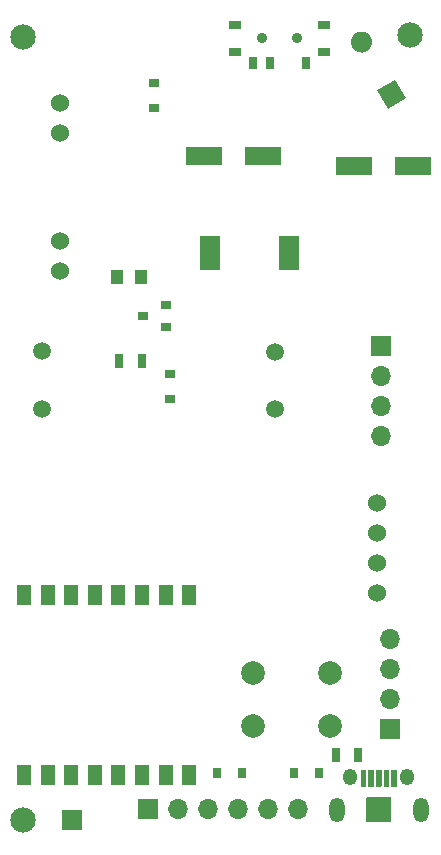
<source format=gts>
G04 #@! TF.GenerationSoftware,KiCad,Pcbnew,5.1.7-a382d34a8~88~ubuntu18.04.1*
G04 #@! TF.CreationDate,2021-05-18T13:12:31+05:30*
G04 #@! TF.ProjectId,Sensor_pcb_v4,53656e73-6f72-45f7-9063-625f76342e6b,rev?*
G04 #@! TF.SameCoordinates,Original*
G04 #@! TF.FileFunction,Soldermask,Top*
G04 #@! TF.FilePolarity,Negative*
%FSLAX46Y46*%
G04 Gerber Fmt 4.6, Leading zero omitted, Abs format (unit mm)*
G04 Created by KiCad (PCBNEW 5.1.7-a382d34a8~88~ubuntu18.04.1) date 2021-05-18 13:12:31*
%MOMM*%
%LPD*%
G01*
G04 APERTURE LIST*
%ADD10C,2.150000*%
%ADD11R,3.110000X1.580000*%
%ADD12O,1.300000X2.100000*%
%ADD13O,1.200000X1.400000*%
%ADD14C,1.524000*%
%ADD15R,1.700000X1.700000*%
%ADD16O,1.700000X1.700000*%
%ADD17R,1.000000X0.800000*%
%ADD18R,0.700000X1.100000*%
%ADD19C,0.900000*%
%ADD20R,0.900000X0.800000*%
%ADD21R,1.200000X1.700000*%
%ADD22C,0.100000*%
%ADD23C,1.500000*%
%ADD24C,2.000000*%
%ADD25R,1.750000X3.000000*%
%ADD26R,1.000000X1.250000*%
%ADD27R,0.800000X0.900000*%
%ADD28R,0.700000X1.300000*%
G04 APERTURE END LIST*
D10*
X25146000Y-87637600D03*
X57919600Y-21099800D03*
X25166300Y-21292800D03*
D11*
X45489500Y-31363900D03*
X40489500Y-31363900D03*
D12*
X51677600Y-86741000D03*
G36*
G01*
X54202600Y-87741000D02*
X54202600Y-85741000D01*
G75*
G02*
X54252600Y-85691000I50000J0D01*
G01*
X56252600Y-85691000D01*
G75*
G02*
X56302600Y-85741000I0J-50000D01*
G01*
X56302600Y-87741000D01*
G75*
G02*
X56252600Y-87791000I-50000J0D01*
G01*
X54252600Y-87791000D01*
G75*
G02*
X54202600Y-87741000I0J50000D01*
G01*
G37*
X58827600Y-86741000D03*
G36*
G01*
X53702600Y-84741000D02*
X53702600Y-83391000D01*
G75*
G02*
X53752600Y-83341000I50000J0D01*
G01*
X54152600Y-83341000D01*
G75*
G02*
X54202600Y-83391000I0J-50000D01*
G01*
X54202600Y-84741000D01*
G75*
G02*
X54152600Y-84791000I-50000J0D01*
G01*
X53752600Y-84791000D01*
G75*
G02*
X53702600Y-84741000I0J50000D01*
G01*
G37*
G36*
G01*
X54352600Y-84741000D02*
X54352600Y-83391000D01*
G75*
G02*
X54402600Y-83341000I50000J0D01*
G01*
X54802600Y-83341000D01*
G75*
G02*
X54852600Y-83391000I0J-50000D01*
G01*
X54852600Y-84741000D01*
G75*
G02*
X54802600Y-84791000I-50000J0D01*
G01*
X54402600Y-84791000D01*
G75*
G02*
X54352600Y-84741000I0J50000D01*
G01*
G37*
G36*
G01*
X55002600Y-84741000D02*
X55002600Y-83391000D01*
G75*
G02*
X55052600Y-83341000I50000J0D01*
G01*
X55452600Y-83341000D01*
G75*
G02*
X55502600Y-83391000I0J-50000D01*
G01*
X55502600Y-84741000D01*
G75*
G02*
X55452600Y-84791000I-50000J0D01*
G01*
X55052600Y-84791000D01*
G75*
G02*
X55002600Y-84741000I0J50000D01*
G01*
G37*
G36*
G01*
X55652600Y-84741000D02*
X55652600Y-83391000D01*
G75*
G02*
X55702600Y-83341000I50000J0D01*
G01*
X56102600Y-83341000D01*
G75*
G02*
X56152600Y-83391000I0J-50000D01*
G01*
X56152600Y-84741000D01*
G75*
G02*
X56102600Y-84791000I-50000J0D01*
G01*
X55702600Y-84791000D01*
G75*
G02*
X55652600Y-84741000I0J50000D01*
G01*
G37*
G36*
G01*
X56302600Y-84741000D02*
X56302600Y-83391000D01*
G75*
G02*
X56352600Y-83341000I50000J0D01*
G01*
X56752600Y-83341000D01*
G75*
G02*
X56802600Y-83391000I0J-50000D01*
G01*
X56802600Y-84741000D01*
G75*
G02*
X56752600Y-84791000I-50000J0D01*
G01*
X56352600Y-84791000D01*
G75*
G02*
X56302600Y-84741000I0J50000D01*
G01*
G37*
D13*
X52827600Y-83991000D03*
X57677600Y-83991000D03*
D14*
X28273100Y-26924300D03*
X28283100Y-29464300D03*
X28288400Y-38552500D03*
X28298400Y-41092500D03*
X55107500Y-60744100D03*
X55107500Y-63284100D03*
X55107500Y-65824100D03*
X55107500Y-68364100D03*
D15*
X35679400Y-86669900D03*
D16*
X38219400Y-86669900D03*
X40759400Y-86669900D03*
X43299400Y-86669900D03*
X45839400Y-86669900D03*
X48379400Y-86669900D03*
D17*
X43082500Y-20274900D03*
X43082500Y-22574900D03*
X50582500Y-20274900D03*
X50582500Y-22574900D03*
D18*
X44582500Y-23474900D03*
X46082500Y-23474900D03*
X49082500Y-23474900D03*
D19*
X45332500Y-21424900D03*
X48332500Y-21424900D03*
D20*
X37541200Y-49833800D03*
X37541200Y-51933800D03*
D15*
X56200000Y-79926200D03*
D16*
X56200000Y-77386200D03*
X56200000Y-74846200D03*
X56200000Y-72306200D03*
D21*
X25204700Y-68526400D03*
X27204700Y-68526400D03*
X29204700Y-68526400D03*
X31204700Y-68526400D03*
X33204700Y-68526400D03*
X35204700Y-68526400D03*
X37204700Y-68526400D03*
X39204700Y-68526400D03*
X39204700Y-83756400D03*
X37204700Y-83756400D03*
X35204700Y-83756400D03*
X33204700Y-83756400D03*
X31204700Y-83756400D03*
X29204700Y-83756400D03*
X27204700Y-83756400D03*
X25204700Y-83756400D03*
D15*
X29255700Y-87609700D03*
X55473600Y-47475100D03*
D16*
X55473600Y-50015100D03*
X55473600Y-52555100D03*
X55473600Y-55095100D03*
D20*
X36215000Y-25193300D03*
X36215000Y-27293300D03*
G36*
G01*
X54234500Y-22516614D02*
X54234500Y-22516614D01*
G75*
G02*
X53005077Y-22187191I-450000J779423D01*
G01*
X53005077Y-22187191D01*
G75*
G02*
X53334500Y-20957768I779423J450000D01*
G01*
X53334500Y-20957768D01*
G75*
G02*
X54563923Y-21287191I450000J-779423D01*
G01*
X54563923Y-21287191D01*
G75*
G02*
X54234500Y-22516614I-779423J-450000D01*
G01*
G37*
D22*
G36*
X57553923Y-26466023D02*
G01*
X55995077Y-27366023D01*
X55095077Y-25807177D01*
X56653923Y-24907177D01*
X57553923Y-26466023D01*
G37*
D23*
X46454100Y-52830100D03*
X46454100Y-47950100D03*
X26746200Y-47896800D03*
X26746200Y-52776800D03*
D24*
X44620000Y-79618800D03*
X44620000Y-75118800D03*
X51120000Y-79618800D03*
X51120000Y-75118800D03*
D11*
X58120900Y-32250400D03*
X53120900Y-32250400D03*
D25*
X40940400Y-39603700D03*
X47690400Y-39603700D03*
D26*
X33076600Y-41658500D03*
X35076600Y-41658500D03*
D27*
X48066000Y-83657400D03*
X50166000Y-83657400D03*
X43673700Y-83644700D03*
X41573700Y-83644700D03*
D20*
X37268700Y-45892800D03*
X37268700Y-43992800D03*
X35268700Y-44942800D03*
D28*
X53528000Y-82110600D03*
X51628000Y-82110600D03*
X35191700Y-48714700D03*
X33291700Y-48714700D03*
M02*

</source>
